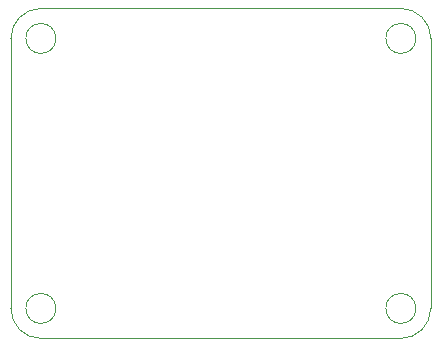
<source format=gm1>
G04 #@! TF.GenerationSoftware,KiCad,Pcbnew,(5.99.0-6951-g72beaf1538)*
G04 #@! TF.CreationDate,2020-12-10T21:20:36+11:00*
G04 #@! TF.ProjectId,MCP39F511_Breakout,4d435033-3946-4353-9131-5f427265616b,rev?*
G04 #@! TF.SameCoordinates,Original*
G04 #@! TF.FileFunction,Profile,NP*
%FSLAX46Y46*%
G04 Gerber Fmt 4.6, Leading zero omitted, Abs format (unit mm)*
G04 Created by KiCad (PCBNEW (5.99.0-6951-g72beaf1538)) date 2020-12-10 21:20:36*
%MOMM*%
%LPD*%
G01*
G04 APERTURE LIST*
G04 #@! TA.AperFunction,Profile*
%ADD10C,0.050000*%
G04 #@! TD*
G04 APERTURE END LIST*
D10*
X110490000Y-115570000D02*
X110490000Y-92710000D01*
X144780000Y-115570000D02*
G75*
G03*
X144780000Y-115570000I-1270000J0D01*
G01*
X113030000Y-90170000D02*
X143510000Y-90170000D01*
X110490000Y-92710000D02*
G75*
G02*
X113030000Y-90170000I2540000J0D01*
G01*
X144780000Y-92710000D02*
G75*
G03*
X144780000Y-92710000I-1270000J0D01*
G01*
X113030000Y-118110000D02*
G75*
G02*
X110490000Y-115570000I0J2540000D01*
G01*
X146050000Y-115570000D02*
G75*
G02*
X143510000Y-118110000I-2540000J0D01*
G01*
X146050000Y-92710000D02*
X146050000Y-115570000D01*
X114300000Y-92710000D02*
G75*
G03*
X114300000Y-92710000I-1270000J0D01*
G01*
X143510000Y-90170000D02*
G75*
G02*
X146050000Y-92710000I0J-2540000D01*
G01*
X114300000Y-115570000D02*
G75*
G03*
X114300000Y-115570000I-1270000J0D01*
G01*
X143510000Y-118110000D02*
X113030000Y-118110000D01*
M02*

</source>
